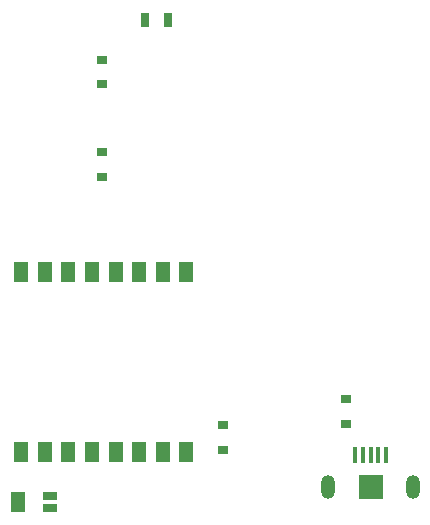
<source format=gtp>
G04 #@! TF.GenerationSoftware,KiCad,Pcbnew,5.1.7-a382d34a8~88~ubuntu18.04.1*
G04 #@! TF.CreationDate,2022-03-02T17:55:55+05:30*
G04 #@! TF.ProjectId,WaterTank_module_v1,57617465-7254-4616-9e6b-5f6d6f64756c,rev?*
G04 #@! TF.SameCoordinates,Original*
G04 #@! TF.FileFunction,Paste,Top*
G04 #@! TF.FilePolarity,Positive*
%FSLAX46Y46*%
G04 Gerber Fmt 4.6, Leading zero omitted, Abs format (unit mm)*
G04 Created by KiCad (PCBNEW 5.1.7-a382d34a8~88~ubuntu18.04.1) date 2022-03-02 17:55:55*
%MOMM*%
%LPD*%
G01*
G04 APERTURE LIST*
%ADD10R,1.250000X0.740000*%
%ADD11R,1.250000X1.800000*%
%ADD12O,1.200000X2.000000*%
%ADD13R,2.000000X2.000000*%
%ADD14R,0.400000X1.350000*%
%ADD15R,0.900000X0.800000*%
%ADD16R,1.200000X1.700000*%
%ADD17R,0.700000X1.300000*%
G04 APERTURE END LIST*
D10*
X27666500Y-87475900D03*
D11*
X24916500Y-88005900D03*
D10*
X27666500Y-88535900D03*
D12*
X51221040Y-86741000D03*
D13*
X54796040Y-86741000D03*
D12*
X58371040Y-86741000D03*
D14*
X53496040Y-84066000D03*
X54146040Y-84066000D03*
X54796040Y-84066000D03*
X55446040Y-84066000D03*
X56096040Y-84066000D03*
D15*
X32087800Y-58404800D03*
X32087800Y-60504800D03*
D16*
X25204700Y-68526400D03*
X27204700Y-68526400D03*
X29204700Y-68526400D03*
X31204700Y-68526400D03*
X33204700Y-68526400D03*
X35204700Y-68526400D03*
X37204700Y-68526400D03*
X39204700Y-68526400D03*
X39204700Y-83756400D03*
X37204700Y-83756400D03*
X35204700Y-83756400D03*
X33204700Y-83756400D03*
X31204700Y-83756400D03*
X29204700Y-83756400D03*
X27204700Y-83756400D03*
X25204700Y-83756400D03*
D15*
X52696000Y-81414200D03*
X52696000Y-79314200D03*
X32065000Y-50565300D03*
X32065000Y-52665300D03*
X42336700Y-81510200D03*
X42336700Y-83610200D03*
D17*
X37625000Y-47246500D03*
X35725000Y-47246500D03*
M02*

</source>
